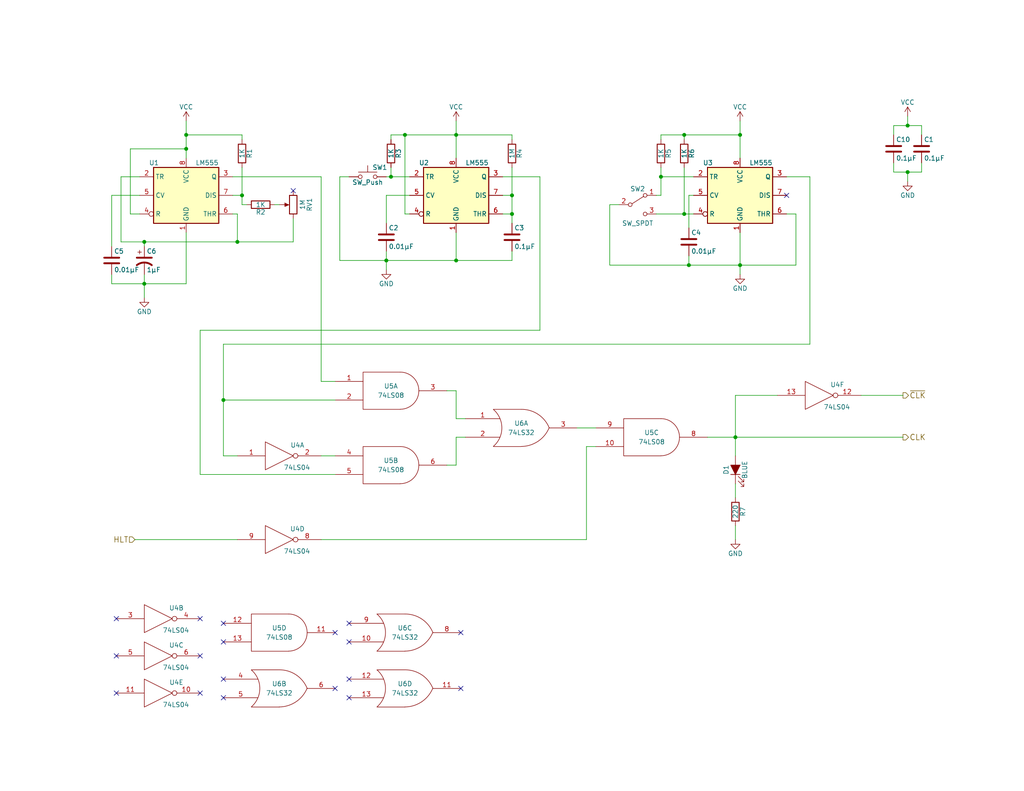
<source format=kicad_sch>
(kicad_sch (version 20230121) (generator eeschema)
  (paper "USLetter")
  (lib_symbols
    (symbol "8bit-computer-rescue:74LS04-8bit-computer-rescue" (pin_names (offset 0.762))
      (property "Reference" "U" (at 4.953 2.921 0))
      (property "Value" "8bit-computer-rescue:74LS04" (at 4.826 -3.175 0))
      (symbol "74LS04-8bit-computer-rescue_0_0"
        (polyline (pts (xy -3.81 3.81) (xy -3.81 -3.81) (xy 3.81 0) (xy -3.81 3.81)))
        (pin power_in line (at -1.27 2.54 90) (length 0) hide (name "VCC") (number "14"))
        (pin power_in line (at -1.27 -2.54 90) (length 0) hide (name "GND") (number "7"))
      )
      (symbol "74LS04-8bit-computer-rescue_1_1"
        (pin input line (at -11.43 0 0) (length 7.62) (name "~") (number "1"))
        (pin output inverted (at 11.43 0 180) (length 7.62) (name "~") (number "2"))
      )
      (symbol "74LS04-8bit-computer-rescue_1_2"
        (pin input inverted (at -11.43 0 0) (length 7.62) (name "~") (number "1"))
        (pin output line (at 11.43 0 180) (length 7.62) (name "~") (number "2"))
      )
      (symbol "74LS04-8bit-computer-rescue_2_1"
        (pin input line (at -11.43 0 0) (length 7.62) (name "~") (number "3"))
        (pin output inverted (at 11.43 0 180) (length 7.62) (name "~") (number "4"))
      )
      (symbol "74LS04-8bit-computer-rescue_2_2"
        (pin input inverted (at -11.43 0 0) (length 7.62) (name "~") (number "3"))
        (pin output line (at 11.43 0 180) (length 7.62) (name "~") (number "4"))
      )
      (symbol "74LS04-8bit-computer-rescue_3_1"
        (pin input line (at -11.43 0 0) (length 7.62) (name "~") (number "5"))
        (pin output inverted (at 11.43 0 180) (length 7.62) (name "~") (number "6"))
      )
      (symbol "74LS04-8bit-computer-rescue_3_2"
        (pin input inverted (at -11.43 0 0) (length 7.62) (name "~") (number "5"))
        (pin output line (at 11.43 0 180) (length 7.62) (name "~") (number "6"))
      )
      (symbol "74LS04-8bit-computer-rescue_4_1"
        (pin output inverted (at 11.43 0 180) (length 7.62) (name "~") (number "8"))
        (pin input line (at -11.43 0 0) (length 7.62) (name "~") (number "9"))
      )
      (symbol "74LS04-8bit-computer-rescue_4_2"
        (pin output line (at 11.43 0 180) (length 7.62) (name "~") (number "8"))
        (pin input inverted (at -11.43 0 0) (length 7.62) (name "~") (number "9"))
      )
      (symbol "74LS04-8bit-computer-rescue_5_1"
        (pin output inverted (at 11.43 0 180) (length 7.62) (name "~") (number "10"))
        (pin input line (at -11.43 0 0) (length 7.62) (name "~") (number "11"))
      )
      (symbol "74LS04-8bit-computer-rescue_5_2"
        (pin output line (at 11.43 0 180) (length 7.62) (name "~") (number "10"))
        (pin input inverted (at -11.43 0 0) (length 7.62) (name "~") (number "11"))
      )
      (symbol "74LS04-8bit-computer-rescue_6_1"
        (pin output inverted (at 11.43 0 180) (length 7.62) (name "~") (number "12"))
        (pin input line (at -11.43 0 0) (length 7.62) (name "~") (number "13"))
      )
      (symbol "74LS04-8bit-computer-rescue_6_2"
        (pin output line (at 11.43 0 180) (length 7.62) (name "~") (number "12"))
        (pin input inverted (at -11.43 0 0) (length 7.62) (name "~") (number "13"))
      )
    )
    (symbol "8bit-computer-rescue:74LS08-8bit-computer-rescue" (pin_names (offset 0.762))
      (property "Reference" "U" (at 0 1.27 0))
      (property "Value" "8bit-computer-rescue:74LS08" (at 0 -1.27 0))
      (symbol "74LS08-8bit-computer-rescue_0_0"
        (pin power_in line (at -5.08 5.08 90) (length 0) hide (name "VCC") (number "14"))
        (pin power_in line (at -5.08 -5.08 90) (length 0) hide (name "GND") (number "7"))
      )
      (symbol "74LS08-8bit-computer-rescue_0_1"
        (polyline (pts (xy 2.54 5.08) (xy -7.62 5.08) (xy -7.62 -5.08) (xy 2.54 -5.08)))
        (arc (start 2.5654 -5.0546) (mid 7.5947 0.0001) (end 2.5654 5.08))
      )
      (symbol "74LS08-8bit-computer-rescue_0_2"
        (arc (start -7.62 -5.0292) (mid -5.3094 0.0082) (end -7.62 5.0546))
        (arc (start 0 -5.0546) (mid 4.5632 -3.6449) (end 7.5946 0.0508))
        (polyline (pts (xy -7.62 -5.08) (xy 0 -5.08)))
        (polyline (pts (xy -7.62 5.08) (xy 0 5.08)))
        (arc (start 7.62 0) (mid 4.6132 3.6946) (end 0.0508 5.08))
      )
      (symbol "74LS08-8bit-computer-rescue_1_1"
        (pin input line (at -15.24 2.54 0) (length 7.62) (name "~") (number "1"))
        (pin input line (at -15.24 -2.54 0) (length 7.62) (name "~") (number "2"))
        (pin output line (at 15.24 0 180) (length 7.62) (name "~") (number "3"))
      )
      (symbol "74LS08-8bit-computer-rescue_1_2"
        (pin input inverted (at -15.24 2.54 0) (length 9.398) (name "~") (number "1"))
        (pin input inverted (at -15.24 -2.54 0) (length 9.398) (name "~") (number "2"))
        (pin output inverted (at 15.24 0 180) (length 7.62) (name "~") (number "3"))
      )
      (symbol "74LS08-8bit-computer-rescue_2_1"
        (pin input line (at -15.24 2.54 0) (length 7.62) (name "~") (number "4"))
        (pin input line (at -15.24 -2.54 0) (length 7.62) (name "~") (number "5"))
        (pin output line (at 15.24 0 180) (length 7.62) (name "~") (number "6"))
      )
      (symbol "74LS08-8bit-computer-rescue_2_2"
        (pin input inverted (at -15.24 2.54 0) (length 9.398) (name "~") (number "4"))
        (pin input inverted (at -15.24 -2.54 0) (length 9.398) (name "~") (number "5"))
        (pin output inverted (at 15.24 0 180) (length 7.62) (name "~") (number "6"))
      )
      (symbol "74LS08-8bit-computer-rescue_3_1"
        (pin input line (at -15.24 -2.54 0) (length 7.62) (name "~") (number "10"))
        (pin output line (at 15.24 0 180) (length 7.62) (name "~") (number "8"))
        (pin input line (at -15.24 2.54 0) (length 7.62) (name "~") (number "9"))
      )
      (symbol "74LS08-8bit-computer-rescue_3_2"
        (pin input inverted (at -15.24 -2.54 0) (length 9.398) (name "~") (number "10"))
        (pin output inverted (at 15.24 0 180) (length 7.62) (name "~") (number "8"))
        (pin input inverted (at -15.24 2.54 0) (length 9.398) (name "~") (number "9"))
      )
      (symbol "74LS08-8bit-computer-rescue_4_1"
        (pin output line (at 15.24 0 180) (length 7.62) (name "~") (number "11"))
        (pin input line (at -15.24 2.54 0) (length 7.62) (name "~") (number "12"))
        (pin input line (at -15.24 -2.54 0) (length 7.62) (name "~") (number "13"))
      )
      (symbol "74LS08-8bit-computer-rescue_4_2"
        (pin output inverted (at 15.24 0 180) (length 7.62) (name "~") (number "11"))
        (pin input inverted (at -15.24 2.54 0) (length 9.398) (name "~") (number "12"))
        (pin input inverted (at -15.24 -2.54 0) (length 9.398) (name "~") (number "13"))
      )
    )
    (symbol "8bit-computer-rescue:74LS32-8bit-computer-rescue" (pin_names (offset 0.762))
      (property "Reference" "U" (at 0 1.27 0))
      (property "Value" "8bit-computer-rescue:74LS32" (at 0 -1.27 0))
      (symbol "74LS32-8bit-computer-rescue_0_0"
        (pin power_in line (at -5.08 5.08 90) (length 0) hide (name "VCC") (number "14"))
        (pin power_in line (at -5.08 -5.08 90) (length 0) hide (name "GND") (number "7"))
      )
      (symbol "74LS32-8bit-computer-rescue_0_1"
        (arc (start -7.62 -5.0292) (mid -5.3094 0.0082) (end -7.62 5.0546))
        (arc (start 0 -5.0546) (mid 4.5632 -3.6449) (end 7.5946 0.0508))
        (polyline (pts (xy -7.62 -5.08) (xy 0 -5.08)))
        (polyline (pts (xy -7.62 5.08) (xy 0 5.08)))
        (arc (start 7.62 0) (mid 4.6132 3.6946) (end 0.0508 5.08))
      )
      (symbol "74LS32-8bit-computer-rescue_0_2"
        (polyline (pts (xy 2.54 5.08) (xy -7.62 5.08) (xy -7.62 -5.08) (xy 2.54 -5.08)))
        (arc (start 2.5654 -5.0546) (mid 7.5947 0.0001) (end 2.5654 5.08))
      )
      (symbol "74LS32-8bit-computer-rescue_1_1"
        (pin input line (at -15.24 2.54 0) (length 9.398) (name "~") (number "1"))
        (pin input line (at -15.24 -2.54 0) (length 9.398) (name "~") (number "2"))
        (pin output line (at 15.24 0 180) (length 7.62) (name "~") (number "3"))
      )
      (symbol "74LS32-8bit-computer-rescue_1_2"
        (pin input inverted (at -15.24 2.54 0) (length 7.62) (name "~") (number "1"))
        (pin input inverted (at -15.24 -2.54 0) (length 7.62) (name "~") (number "2"))
        (pin output inverted (at 15.24 0 180) (length 7.62) (name "~") (number "3"))
      )
      (symbol "74LS32-8bit-computer-rescue_2_1"
        (pin input line (at -15.24 2.54 0) (length 9.398) (name "~") (number "4"))
        (pin input line (at -15.24 -2.54 0) (length 9.398) (name "~") (number "5"))
        (pin output line (at 15.24 0 180) (length 7.62) (name "~") (number "6"))
      )
      (symbol "74LS32-8bit-computer-rescue_2_2"
        (pin input inverted (at -15.24 2.54 0) (length 7.62) (name "~") (number "4"))
        (pin input inverted (at -15.24 -2.54 0) (length 7.62) (name "~") (number "5"))
        (pin output inverted (at 15.24 0 180) (length 7.62) (name "~") (number "6"))
      )
      (symbol "74LS32-8bit-computer-rescue_3_1"
        (pin input line (at -15.24 -2.54 0) (length 9.398) (name "~") (number "10"))
        (pin output line (at 15.24 0 180) (length 7.62) (name "~") (number "8"))
        (pin input line (at -15.24 2.54 0) (length 9.398) (name "~") (number "9"))
      )
      (symbol "74LS32-8bit-computer-rescue_3_2"
        (pin input inverted (at -15.24 -2.54 0) (length 7.62) (name "~") (number "10"))
        (pin output inverted (at 15.24 0 180) (length 7.62) (name "~") (number "8"))
        (pin input inverted (at -15.24 2.54 0) (length 7.62) (name "~") (number "9"))
      )
      (symbol "74LS32-8bit-computer-rescue_4_1"
        (pin output line (at 15.24 0 180) (length 7.62) (name "~") (number "11"))
        (pin input line (at -15.24 2.54 0) (length 9.398) (name "~") (number "12"))
        (pin input line (at -15.24 -2.54 0) (length 9.398) (name "~") (number "13"))
      )
      (symbol "74LS32-8bit-computer-rescue_4_2"
        (pin output inverted (at 15.24 0 180) (length 7.62) (name "~") (number "11"))
        (pin input inverted (at -15.24 2.54 0) (length 7.62) (name "~") (number "12"))
        (pin input inverted (at -15.24 -2.54 0) (length 7.62) (name "~") (number "13"))
      )
    )
    (symbol "8bit-computer-rescue:CP1-Device" (pin_numbers hide) (pin_names (offset 0.254) hide)
      (property "Reference" "C" (at 0.635 2.54 0))
      (property "Value" "Device:CP1" (at 0.635 -2.54 0))
      (symbol "CP1-Device_0_1"
        (polyline (pts (xy -2.032 0.762) (xy 2.032 0.762)) (stroke (width 0.508)))
        (polyline (pts (xy -1.778 2.286) (xy -0.762 2.286)))
        (polyline (pts (xy -1.27 1.778) (xy -1.27 2.794)))
        (arc (start 2.032 -1.27) (mid 0 -0.5572) (end -2.032 -1.27) (stroke (width 0.508)))
      )
      (symbol "CP1-Device_1_1"
        (pin passive line (at 0 3.81 270) (length 2.794) (name "~") (number "1"))
        (pin passive line (at 0 -3.81 90) (length 3.302) (name "~") (number "2"))
      )
    )
    (symbol "8bit-computer-rescue:LED_ALT-Device" (pin_numbers hide) (pin_names (offset 1.016) hide)
      (property "Reference" "D" (at 0 2.54 0))
      (property "Value" "Device:LED_ALT" (at 0 -2.54 0))
      (symbol "LED_ALT-Device_0_1"
        (polyline (pts (xy -1.27 -1.27) (xy -1.27 1.27)) (stroke (width 0.2032)))
        (polyline (pts (xy -1.27 0) (xy 1.27 0)))
        (polyline (pts (xy 1.27 -1.27) (xy 1.27 1.27) (xy -1.27 0) (xy 1.27 -1.27)) (stroke (width 0.2032)) (fill (type outline)))
        (polyline (pts (xy -3.048 -0.762) (xy -4.572 -2.286) (xy -3.81 -2.286) (xy -4.572 -2.286) (xy -4.572 -1.524)))
        (polyline (pts (xy -1.778 -0.762) (xy -3.302 -2.286) (xy -2.54 -2.286) (xy -3.302 -2.286) (xy -3.302 -1.524)))
      )
      (symbol "LED_ALT-Device_1_1"
        (pin passive line (at -3.81 0 0) (length 2.54) (name "K") (number "1"))
        (pin passive line (at 3.81 0 180) (length 2.54) (name "A") (number "2"))
      )
    )
    (symbol "8bit-computer-rescue:LM555-8bit-computer-rescue"
      (property "Reference" "U" (at -10.16 8.89 0))
      (property "Value" "8bit-computer-rescue:LM555" (at 2.54 8.89 0))
      (symbol "LM555-8bit-computer-rescue_0_0"
        (pin power_in line (at 0 -10.16 90) (length 2.54) (name "GND") (number "1"))
        (pin power_in line (at 0 10.16 270) (length 2.54) (name "VCC") (number "8"))
      )
      (symbol "LM555-8bit-computer-rescue_0_1"
        (rectangle (start -8.89 -7.62) (end 8.89 7.62) (stroke (width 0.254)) (fill (type background)))
        (rectangle (start -8.89 -7.62) (end 8.89 7.62) (stroke (width 0.254)) (fill (type background)))
      )
      (symbol "LM555-8bit-computer-rescue_1_1"
        (pin input line (at -12.7 5.08 0) (length 3.81) (name "TR") (number "2"))
        (pin output line (at 12.7 5.08 180) (length 3.81) (name "Q") (number "3"))
        (pin input inverted (at -12.7 -5.08 0) (length 3.81) (name "R") (number "4"))
        (pin input line (at -12.7 0 0) (length 3.81) (name "CV") (number "5"))
        (pin input line (at 12.7 -5.08 180) (length 3.81) (name "THR") (number "6"))
        (pin input line (at 12.7 0 180) (length 3.81) (name "DIS") (number "7"))
      )
    )
    (symbol "8bit-computer-rescue:POT-8bit-computer-rescue" (pin_numbers hide) (pin_names (offset 1.016) hide)
      (property "Reference" "RV" (at -4.445 0 90))
      (property "Value" "8bit-computer-rescue:POT" (at -2.54 0 90))
      (symbol "POT-8bit-computer-rescue_0_1"
        (polyline (pts (xy 2.54 0) (xy 1.524 0)))
        (polyline (pts (xy 1.143 0) (xy 2.286 0.508) (xy 2.286 -0.508)) (fill (type outline)))
        (rectangle (start 1.016 2.54) (end -1.016 -2.54) (stroke (width 0.254)))
      )
      (symbol "POT-8bit-computer-rescue_1_1"
        (pin passive line (at 0 3.81 270) (length 1.27) (name "1") (number "1"))
        (pin passive line (at 3.81 0 180) (length 1.27) (name "2") (number "2"))
        (pin passive line (at 0 -3.81 90) (length 1.27) (name "3") (number "3"))
      )
    )
    (symbol "8bit-computer-rescue:SW_Push-8bit-computer-rescue" (pin_numbers hide) (pin_names (offset 1.016) hide)
      (property "Reference" "SW" (at 1.27 2.54 0))
      (property "Value" "8bit-computer-rescue:SW_Push" (at 0 -1.524 0))
      (symbol "SW_Push-8bit-computer-rescue_0_1"
        (circle (center -2.032 0) (radius 0.508))
        (polyline (pts (xy 0 1.27) (xy 0 3.048)))
        (polyline (pts (xy 2.54 1.27) (xy -2.54 1.27)))
        (circle (center 2.032 0) (radius 0.508))
        (pin passive line (at -5.08 0 0) (length 2.54) (name "1") (number "1"))
        (pin passive line (at 5.08 0 180) (length 2.54) (name "2") (number "2"))
      )
    )
    (symbol "8bit-computer-rescue:SW_SPDT-8bit-computer-rescue" (pin_names (offset 0) hide)
      (property "Reference" "SW" (at 0 4.318 0))
      (property "Value" "8bit-computer-rescue:SW_SPDT" (at 0 -5.08 0))
      (symbol "SW_SPDT-8bit-computer-rescue_0_0"
        (circle (center -2.032 0) (radius 0.508))
        (circle (center 2.032 -2.54) (radius 0.508))
      )
      (symbol "SW_SPDT-8bit-computer-rescue_0_1"
        (polyline (pts (xy -1.524 0.254) (xy 1.651 2.286)))
        (circle (center 2.032 2.54) (radius 0.508))
      )
      (symbol "SW_SPDT-8bit-computer-rescue_1_1"
        (pin passive line (at 5.08 2.54 180) (length 2.54) (name "A") (number "1"))
        (pin passive line (at -5.08 0 0) (length 2.54) (name "B") (number "2"))
        (pin passive line (at 5.08 -2.54 180) (length 2.54) (name "C") (number "3"))
      )
    )
    (symbol "Device:C" (pin_numbers hide) (pin_names (offset 0.254))
      (property "Reference" "C" (at 0.635 2.54 0))
      (property "Value" "C" (at 0.635 -2.54 0))
      (symbol "C_0_1"
        (polyline (pts (xy -2.032 -0.762) (xy 2.032 -0.762)) (stroke (width 0.508)))
        (polyline (pts (xy -2.032 0.762) (xy 2.032 0.762)) (stroke (width 0.508)))
      )
      (symbol "C_1_1"
        (pin passive line (at 0 3.81 270) (length 2.794) (name "~") (number "1"))
        (pin passive line (at 0 -3.81 90) (length 2.794) (name "~") (number "2"))
      )
    )
    (symbol "Device:R" (pin_numbers hide) (pin_names (offset 0))
      (property "Reference" "R" (at 2.032 0 90))
      (property "Value" "R" (at 0 0 90))
      (symbol "R_0_1"
        (rectangle (start -1.016 -2.54) (end 1.016 2.54) (stroke (width 0.254)))
      )
      (symbol "R_1_1"
        (pin passive line (at 0 3.81 270) (length 1.27) (name "~") (number "1"))
        (pin passive line (at 0 -3.81 90) (length 1.27) (name "~") (number "2"))
      )
    )
    (symbol "power:GND" (power) (pin_names (offset 0))
      (property "Value" "GND" (at 0 -3.81 0))
      (symbol "GND_0_1"
        (polyline (pts (xy 0 0) (xy 0 -1.27) (xy 1.27 -1.27) (xy 0 -2.54) (xy -1.27 -1.27) (xy 0 -1.27)))
      )
      (symbol "GND_1_1"
        (pin power_in line (at 0 0 270) (length 0) hide (name "GND") (number "1"))
      )
    )
    (symbol "power:VCC" (power) (pin_names (offset 0))
      (property "Value" "VCC" (at 0 3.81 0))
      (symbol "VCC_0_1"
        (polyline (pts (xy -0.762 1.27) (xy 0 2.54)))
        (polyline (pts (xy 0 0) (xy 0 2.54)))
        (polyline (pts (xy 0 2.54) (xy 0.762 1.27)))
      )
      (symbol "VCC_1_1"
        (pin power_in line (at 0 0 90) (length 0) hide (name "VCC") (number "1"))
      )
    )
  )
  (junction (at 247.65 46.99))
  (junction (at 186.69 58.42))
  (junction (at 201.93 72.39))
  (junction (at 50.8 40.64))
  (junction (at 66.04 53.34))
  (junction (at 106.68 48.26))
  (junction (at 39.37 66.04))
  (junction (at 39.37 77.47))
  (junction (at 201.93 36.83))
  (junction (at 139.7 53.34))
  (junction (at 139.7 58.42))
  (junction (at 187.96 72.39))
  (junction (at 64.77 66.04))
  (junction (at 247.65 34.29))
  (junction (at 180.34 48.26))
  (junction (at 105.41 71.12))
  (junction (at 50.8 36.83))
  (junction (at 110.49 36.83))
  (junction (at 124.46 36.83))
  (junction (at 186.69 36.83))
  (junction (at 124.46 71.12))
  (junction (at 200.66 119.38))
  (junction (at 60.96 109.22))
  (no_connect (at 91.44 187.96))
  (no_connect (at 95.25 170.18))
  (no_connect (at 80.01 52.07))
  (no_connect (at 54.61 179.07))
  (no_connect (at 54.61 189.23))
  (no_connect (at 60.96 170.18))
  (no_connect (at 214.63 53.34))
  (no_connect (at 31.75 179.07))
  (no_connect (at 125.73 172.72))
  (no_connect (at 95.25 190.5))
  (no_connect (at 60.96 175.26))
  (no_connect (at 31.75 189.23))
  (no_connect (at 60.96 185.42))
  (no_connect (at 95.25 175.26))
  (no_connect (at 125.73 187.96))
  (no_connect (at 31.75 168.91))
  (no_connect (at 91.44 172.72))
  (no_connect (at 54.61 168.91))
  (no_connect (at 95.25 185.42))
  (no_connect (at 60.96 190.5))
  (wire (pts (xy 247.65 46.99) (xy 251.46 46.99)))
  (wire (pts (xy 166.37 72.39) (xy 187.96 72.39)))
  (wire (pts (xy 60.96 93.98) (xy 220.98 93.98)))
  (wire (pts (xy 247.65 49.53) (xy 247.65 46.99)))
  (wire (pts (xy 186.69 45.72) (xy 186.69 58.42)))
  (wire (pts (xy 39.37 77.47) (xy 50.8 77.47)))
  (wire (pts (xy 66.04 38.1) (xy 66.04 36.83)))
  (wire (pts (xy 247.65 34.29) (xy 247.65 31.75)))
  (wire (pts (xy 64.77 66.04) (xy 64.77 58.42)))
  (wire (pts (xy 60.96 124.46) (xy 64.77 124.46)))
  (wire (pts (xy 106.68 48.26) (xy 111.76 48.26)))
  (wire (pts (xy 189.23 53.34) (xy 187.96 53.34)))
  (wire (pts (xy 147.32 90.17) (xy 54.61 90.17)))
  (wire (pts (xy 33.02 66.04) (xy 39.37 66.04)))
  (wire (pts (xy 243.84 44.45) (xy 243.84 46.99)))
  (wire (pts (xy 124.46 33.02) (xy 124.46 36.83)))
  (wire (pts (xy 35.56 40.64) (xy 50.8 40.64)))
  (wire (pts (xy 50.8 77.47) (xy 50.8 63.5)))
  (wire (pts (xy 92.71 71.12) (xy 105.41 71.12)))
  (wire (pts (xy 243.84 36.83) (xy 243.84 34.29)))
  (wire (pts (xy 251.46 34.29) (xy 251.46 36.83)))
  (wire (pts (xy 180.34 36.83) (xy 186.69 36.83)))
  (wire (pts (xy 64.77 66.04) (xy 80.01 66.04)))
  (wire (pts (xy 180.34 45.72) (xy 180.34 48.26)))
  (wire (pts (xy 168.91 55.88) (xy 166.37 55.88)))
  (wire (pts (xy 39.37 66.04) (xy 39.37 67.31)))
  (wire (pts (xy 127 119.38) (xy 124.46 119.38)))
  (wire (pts (xy 160.02 121.92) (xy 162.56 121.92)))
  (wire (pts (xy 63.5 48.26) (xy 87.63 48.26)))
  (wire (pts (xy 39.37 77.47) (xy 39.37 81.28)))
  (wire (pts (xy 187.96 53.34) (xy 187.96 62.23)))
  (wire (pts (xy 50.8 33.02) (xy 50.8 36.83)))
  (wire (pts (xy 201.93 72.39) (xy 217.17 72.39)))
  (wire (pts (xy 110.49 36.83) (xy 124.46 36.83)))
  (wire (pts (xy 186.69 38.1) (xy 186.69 36.83)))
  (wire (pts (xy 60.96 109.22) (xy 60.96 124.46)))
  (wire (pts (xy 106.68 45.72) (xy 106.68 48.26)))
  (wire (pts (xy 64.77 58.42) (xy 63.5 58.42)))
  (wire (pts (xy 39.37 66.04) (xy 64.77 66.04)))
  (wire (pts (xy 38.1 53.34) (xy 30.48 53.34)))
  (wire (pts (xy 201.93 33.02) (xy 201.93 36.83)))
  (wire (pts (xy 92.71 48.26) (xy 92.71 71.12)))
  (wire (pts (xy 200.66 119.38) (xy 200.66 124.46)))
  (wire (pts (xy 186.69 58.42) (xy 189.23 58.42)))
  (wire (pts (xy 217.17 58.42) (xy 214.63 58.42)))
  (wire (pts (xy 137.16 53.34) (xy 139.7 53.34)))
  (wire (pts (xy 139.7 36.83) (xy 139.7 38.1)))
  (wire (pts (xy 38.1 48.26) (xy 33.02 48.26)))
  (wire (pts (xy 139.7 58.42) (xy 139.7 60.96)))
  (wire (pts (xy 200.66 147.32) (xy 200.66 143.51)))
  (wire (pts (xy 105.41 53.34) (xy 105.41 60.96)))
  (wire (pts (xy 124.46 36.83) (xy 124.46 43.18)))
  (wire (pts (xy 105.41 68.58) (xy 105.41 71.12)))
  (wire (pts (xy 180.34 38.1) (xy 180.34 36.83)))
  (wire (pts (xy 180.34 48.26) (xy 180.34 53.34)))
  (wire (pts (xy 139.7 53.34) (xy 139.7 58.42)))
  (wire (pts (xy 124.46 119.38) (xy 124.46 127)))
  (wire (pts (xy 110.49 58.42) (xy 111.76 58.42)))
  (wire (pts (xy 105.41 48.26) (xy 106.68 48.26)))
  (wire (pts (xy 187.96 72.39) (xy 201.93 72.39)))
  (wire (pts (xy 139.7 45.72) (xy 139.7 53.34)))
  (wire (pts (xy 160.02 147.32) (xy 160.02 121.92)))
  (wire (pts (xy 80.01 66.04) (xy 80.01 59.69)))
  (wire (pts (xy 124.46 36.83) (xy 139.7 36.83)))
  (wire (pts (xy 50.8 40.64) (xy 50.8 43.18)))
  (wire (pts (xy 193.04 119.38) (xy 200.66 119.38)))
  (wire (pts (xy 220.98 93.98) (xy 220.98 48.26)))
  (wire (pts (xy 124.46 106.68) (xy 124.46 114.3)))
  (wire (pts (xy 157.48 116.84) (xy 162.56 116.84)))
  (wire (pts (xy 124.46 71.12) (xy 124.46 63.5)))
  (wire (pts (xy 220.98 48.26) (xy 214.63 48.26)))
  (wire (pts (xy 87.63 104.14) (xy 91.44 104.14)))
  (wire (pts (xy 201.93 72.39) (xy 201.93 74.93)))
  (wire (pts (xy 106.68 36.83) (xy 110.49 36.83)))
  (wire (pts (xy 147.32 48.26) (xy 147.32 90.17)))
  (wire (pts (xy 35.56 58.42) (xy 35.56 40.64)))
  (wire (pts (xy 186.69 36.83) (xy 201.93 36.83)))
  (wire (pts (xy 187.96 69.85) (xy 187.96 72.39)))
  (wire (pts (xy 246.38 107.95) (xy 234.95 107.95)))
  (wire (pts (xy 87.63 124.46) (xy 91.44 124.46)))
  (wire (pts (xy 66.04 45.72) (xy 66.04 53.34)))
  (wire (pts (xy 124.46 114.3) (xy 127 114.3)))
  (wire (pts (xy 74.93 55.88) (xy 76.2 55.88)))
  (wire (pts (xy 110.49 58.42) (xy 110.49 36.83)))
  (wire (pts (xy 124.46 71.12) (xy 139.7 71.12)))
  (wire (pts (xy 217.17 72.39) (xy 217.17 58.42)))
  (wire (pts (xy 87.63 48.26) (xy 87.63 104.14)))
  (wire (pts (xy 30.48 77.47) (xy 39.37 77.47)))
  (wire (pts (xy 200.66 107.95) (xy 200.66 119.38)))
  (wire (pts (xy 105.41 71.12) (xy 105.41 73.66)))
  (wire (pts (xy 66.04 53.34) (xy 66.04 55.88)))
  (wire (pts (xy 111.76 53.34) (xy 105.41 53.34)))
  (wire (pts (xy 179.07 58.42) (xy 186.69 58.42)))
  (wire (pts (xy 60.96 93.98) (xy 60.96 109.22)))
  (wire (pts (xy 54.61 90.17) (xy 54.61 129.54)))
  (wire (pts (xy 33.02 48.26) (xy 33.02 66.04)))
  (wire (pts (xy 63.5 53.34) (xy 66.04 53.34)))
  (wire (pts (xy 201.93 36.83) (xy 201.93 43.18)))
  (wire (pts (xy 243.84 46.99) (xy 247.65 46.99)))
  (wire (pts (xy 201.93 63.5) (xy 201.93 72.39)))
  (wire (pts (xy 200.66 132.08) (xy 200.66 135.89)))
  (wire (pts (xy 247.65 34.29) (xy 251.46 34.29)))
  (wire (pts (xy 38.1 58.42) (xy 35.56 58.42)))
  (wire (pts (xy 87.63 147.32) (xy 160.02 147.32)))
  (wire (pts (xy 180.34 48.26) (xy 189.23 48.26)))
  (wire (pts (xy 251.46 44.45) (xy 251.46 46.99)))
  (wire (pts (xy 200.66 119.38) (xy 246.38 119.38)))
  (wire (pts (xy 139.7 71.12) (xy 139.7 68.58)))
  (wire (pts (xy 106.68 36.83) (xy 106.68 38.1)))
  (wire (pts (xy 166.37 55.88) (xy 166.37 72.39)))
  (wire (pts (xy 139.7 58.42) (xy 137.16 58.42)))
  (wire (pts (xy 243.84 34.29) (xy 247.65 34.29)))
  (wire (pts (xy 137.16 48.26) (xy 147.32 48.26)))
  (wire (pts (xy 66.04 36.83) (xy 50.8 36.83)))
  (wire (pts (xy 30.48 74.93) (xy 30.48 77.47)))
  (wire (pts (xy 66.04 55.88) (xy 67.31 55.88)))
  (wire (pts (xy 95.25 48.26) (xy 92.71 48.26)))
  (wire (pts (xy 30.48 53.34) (xy 30.48 67.31)))
  (wire (pts (xy 60.96 109.22) (xy 91.44 109.22)))
  (wire (pts (xy 36.83 147.32) (xy 64.77 147.32)))
  (wire (pts (xy 54.61 129.54) (xy 91.44 129.54)))
  (wire (pts (xy 124.46 127) (xy 121.92 127)))
  (wire (pts (xy 200.66 107.95) (xy 212.09 107.95)))
  (wire (pts (xy 39.37 74.93) (xy 39.37 77.47)))
  (wire (pts (xy 105.41 71.12) (xy 124.46 71.12)))
  (wire (pts (xy 180.34 53.34) (xy 179.07 53.34)))
  (wire (pts (xy 50.8 36.83) (xy 50.8 40.64)))
  (wire (pts (xy 121.92 106.68) (xy 124.46 106.68)))
  (hierarchical_label "~{CLK}" (shape output) (at 246.38 107.95 0) (effects (font (size 1.524 1.524))))
  (hierarchical_label "CLK" (shape output) (at 246.38 119.38 0) (effects (font (size 1.524 1.524))))
  (hierarchical_label "HLT" (shape input) (at 36.83 147.32 180) (effects (font (size 1.524 1.524))))
  (symbol (lib_id "8bit-computer-rescue:LM555-8bit-computer-rescue") (at 50.8 53.34 0) (unit 1)
    (property "Reference" "U1" (at 40.64 44.45 0) (effects (justify left)))
    (property "Value" "LM555" (at 53.34 44.45 0) (effects (justify left)))
    (property "Footprint" "Package_DIP:DIP-8_W7.62mm" (effects hide))
  )
  (symbol (lib_id "Device:R") (at 66.04 41.91 0) (unit 1)
    (property "Reference" "R1" (at 68.072 41.91 90))
    (property "Value" "1K" (at 66.04 41.91 90))
    (property "Footprint" "Resistor_THT:R_Axial_DIN0207_L6.3mm_D2.5mm_P7.62mm_Horizontal" (effects hide))
  )
  (symbol (lib_id "Device:R") (at 106.68 41.91 0) (unit 1)
    (property "Reference" "R3" (at 108.712 41.91 90))
    (property "Value" "1K" (at 106.68 41.91 90))
    (property "Footprint" "Resistor_THT:R_Axial_DIN0207_L6.3mm_D2.5mm_P7.62mm_Horizontal" (effects hide))
  )
  (symbol (lib_id "Device:R") (at 186.69 41.91 0) (unit 1)
    (property "Reference" "R6" (at 188.722 41.91 90))
    (property "Value" "1K" (at 186.69 41.91 90))
    (property "Footprint" "Resistor_THT:R_Axial_DIN0207_L6.3mm_D2.5mm_P7.62mm_Horizontal" (effects hide))
  )
  (symbol (lib_id "Device:R") (at 180.34 41.91 0) (unit 1)
    (property "Reference" "R5" (at 182.372 41.91 90))
    (property "Value" "1K" (at 180.34 41.91 90))
    (property "Footprint" "Resistor_THT:R_Axial_DIN0207_L6.3mm_D2.5mm_P7.62mm_Horizontal" (effects hide))
  )
  (symbol (lib_id "Device:R") (at 139.7 41.91 0) (unit 1)
    (property "Reference" "R4" (at 141.732 41.91 90))
    (property "Value" "1M" (at 139.7 41.91 90))
    (property "Footprint" "Resistor_THT:R_Axial_DIN0207_L6.3mm_D2.5mm_P7.62mm_Horizontal" (effects hide))
  )
  (symbol (lib_id "8bit-computer-rescue:POT-8bit-computer-rescue") (at 80.01 55.88 180) (unit 1)
    (property "Reference" "RV1" (at 84.455 55.88 90))
    (property "Value" "1M" (at 82.55 55.88 90))
    (property "Footprint" "8bit-custom-footprints:Potentiometer-5.5mm" (effects hide))
  )
  (symbol (lib_id "Device:C") (at 30.48 71.12 0) (unit 1)
    (property "Reference" "C5" (at 31.115 68.58 0) (effects (justify left)))
    (property "Value" "0.01µF" (at 31.115 73.66 0) (effects (justify left)))
    (property "Footprint" "Capacitor_THT:C_Disc_D4.3mm_W1.9mm_P5.00mm" (effects hide))
  )
  (symbol (lib_id "Device:C") (at 105.41 64.77 0) (unit 1)
    (property "Reference" "C2" (at 106.045 62.23 0) (effects (justify left)))
    (property "Value" "0.01µF" (at 106.045 67.31 0) (effects (justify left)))
    (property "Footprint" "Capacitor_THT:C_Disc_D4.3mm_W1.9mm_P5.00mm" (effects hide))
  )
  (symbol (lib_id "Device:C") (at 187.96 66.04 0) (unit 1)
    (property "Reference" "C4" (at 188.595 63.5 0) (effects (justify left)))
    (property "Value" "0.01µF" (at 188.595 68.58 0) (effects (justify left)))
    (property "Footprint" "Capacitor_THT:C_Disc_D4.3mm_W1.9mm_P5.00mm" (effects hide))
  )
  (symbol (lib_id "Device:C") (at 139.7 64.77 0) (unit 1)
    (property "Reference" "C3" (at 140.335 62.23 0) (effects (justify left)))
    (property "Value" "0.1µF" (at 140.335 67.31 0) (effects (justify left)))
    (property "Footprint" "Capacitor_THT:C_Disc_D4.3mm_W1.9mm_P5.00mm" (effects hide))
  )
  (symbol (lib_id "Device:C") (at 251.46 40.64 0) (unit 1)
    (property "Reference" "C1" (at 252.095 38.1 0) (effects (justify left)))
    (property "Value" "0.1µF" (at 252.095 43.18 0) (effects (justify left)))
    (property "Footprint" "Capacitor_THT:C_Disc_D4.3mm_W1.9mm_P5.00mm" (effects hide))
  )
  (symbol (lib_id "8bit-computer-rescue:CP1-Device") (at 39.37 71.12 0) (unit 1)
    (property "Reference" "C6" (at 40.005 68.58 0) (effects (justify left)))
    (property "Value" "1µF" (at 40.005 73.66 0) (effects (justify left)))
    (property "Footprint" "Capacitor_THT:CP_Radial_D5.0mm_P2.00mm" (effects hide))
  )
  (symbol (lib_id "8bit-computer-rescue:LM555-8bit-computer-rescue") (at 201.93 53.34 0) (unit 1)
    (property "Reference" "U3" (at 191.77 44.45 0) (effects (justify left)))
    (property "Value" "LM555" (at 204.47 44.45 0) (effects (justify left)))
    (property "Footprint" "Package_DIP:DIP-8_W7.62mm" (effects hide))
  )
  (symbol (lib_id "8bit-computer-rescue:LM555-8bit-computer-rescue") (at 124.46 53.34 0) (unit 1)
    (property "Reference" "U2" (at 114.3 44.45 0) (effects (justify left)))
    (property "Value" "LM555" (at 127 44.45 0) (effects (justify left)))
    (property "Footprint" "Package_DIP:DIP-8_W7.62mm" (effects hide))
  )
  (symbol (lib_id "8bit-computer-rescue:74LS04-8bit-computer-rescue") (at 76.2 124.46 0) (unit 1)
    (property "Reference" "U4" (at 81.153 121.539 0))
    (property "Value" "74LS04" (at 81.026 127.635 0))
    (property "Footprint" "Package_DIP:DIP-14_W7.62mm" (effects hide))
  )
  (symbol (lib_id "8bit-computer-rescue:74LS08-8bit-computer-rescue") (at 106.68 106.68 0) (unit 1)
    (property "Reference" "U5" (at 106.68 105.41 0))
    (property "Value" "74LS08" (at 106.68 107.95 0))
    (property "Footprint" "Package_DIP:DIP-14_W7.62mm" (effects hide))
  )
  (symbol (lib_id "8bit-computer-rescue:74LS32-8bit-computer-rescue") (at 142.24 116.84 0) (unit 1)
    (property "Reference" "U6" (at 142.24 115.57 0))
    (property "Value" "74LS32" (at 142.24 118.11 0))
    (property "Footprint" "Package_DIP:DIP-14_W7.62mm" (effects hide))
  )
  (symbol (lib_id "8bit-computer-rescue:SW_SPDT-8bit-computer-rescue") (at 173.99 55.88 0) (unit 1)
    (property "Reference" "SW2" (at 173.99 51.562 0))
    (property "Value" "SW_SPDT" (at 173.99 60.96 0))
    (property "Footprint" "8bit-custom-footprints:DPDT-pushbutton" (effects hide))
  )
  (symbol (lib_id "8bit-computer-rescue:SW_Push-8bit-computer-rescue") (at 100.33 48.26 0) (unit 1)
    (property "Reference" "SW1" (at 101.6 45.72 0) (effects (justify left)))
    (property "Value" "SW_Push" (at 100.33 49.784 0))
    (property "Footprint" "Button_Switch_THT:SW_PUSH_6mm_H5mm" (effects hide))
  )
  (symbol (lib_id "8bit-computer-rescue:LED_ALT-Device") (at 200.66 128.27 90) (unit 1)
    (property "Reference" "D1" (at 198.12 128.27 0))
    (property "Value" "BLUE" (at 203.2 128.27 0))
    (property "Footprint" "LED_THT:LED_D5.0mm" (effects hide))
  )
  (symbol (lib_id "Device:R") (at 200.66 139.7 0) (unit 1)
    (property "Reference" "R7" (at 202.692 139.7 90))
    (property "Value" "220" (at 200.66 139.7 90))
    (property "Footprint" "Resistor_THT:R_Axial_DIN0207_L6.3mm_D2.5mm_P7.62mm_Horizontal" (effects hide))
  )
  (symbol (lib_id "power:GND") (at 39.37 81.28 0) (unit 1)
    (property "Reference" "#PWR05" (effects hide))
    (property "Value" "GND" (at 39.37 85.09 0))
  )
  (symbol (lib_id "power:GND") (at 105.41 73.66 0) (unit 1)
    (property "Reference" "#PWR06" (effects hide))
    (property "Value" "GND" (at 105.41 77.47 0))
  )
  (symbol (lib_id "power:GND") (at 201.93 74.93 0) (unit 1)
    (property "Reference" "#PWR07" (effects hide))
    (property "Value" "GND" (at 201.93 78.74 0))
  )
  (symbol (lib_id "8bit-computer-rescue:74LS08-8bit-computer-rescue") (at 106.68 127 0) (unit 2)
    (property "Reference" "U5" (at 106.68 125.73 0))
    (property "Value" "74LS08" (at 106.68 128.27 0))
    (property "Footprint" "Package_DIP:DIP-14_W7.62mm" (effects hide))
  )
  (symbol (lib_id "8bit-computer-rescue:74LS08-8bit-computer-rescue") (at 177.8 119.38 0) (unit 3)
    (property "Reference" "U5" (at 177.8 118.11 0))
    (property "Value" "74LS08" (at 177.8 120.65 0))
    (property "Footprint" "Package_DIP:DIP-14_W7.62mm" (effects hide))
  )
  (symbol (lib_id "8bit-computer-rescue:74LS04-8bit-computer-rescue") (at 76.2 147.32 0) (unit 4)
    (property "Reference" "U4" (at 81.153 144.399 0))
    (property "Value" "74LS04" (at 81.026 150.495 0))
    (property "Footprint" "Package_DIP:DIP-14_W7.62mm" (effects hide))
  )
  (symbol (lib_id "8bit-computer-rescue:74LS04-8bit-computer-rescue") (at 223.52 107.95 0) (unit 6)
    (property "Reference" "U4" (at 228.473 105.029 0))
    (property "Value" "74LS04" (at 228.346 111.125 0))
    (property "Footprint" "Package_DIP:DIP-14_W7.62mm" (effects hide))
  )
  (symbol (lib_id "power:GND") (at 200.66 147.32 0) (unit 1)
    (property "Reference" "#PWR08" (effects hide))
    (property "Value" "GND" (at 200.66 151.13 0))
  )
  (symbol (lib_id "power:GND") (at 247.65 49.53 0) (unit 1)
    (property "Reference" "#PWR09" (effects hide))
    (property "Value" "GND" (at 247.65 53.34 0))
  )
  (symbol (lib_id "8bit-computer-rescue:74LS04-8bit-computer-rescue") (at 43.18 168.91 0) (unit 2)
    (property "Reference" "U4" (at 48.133 165.989 0))
    (property "Value" "74LS04" (at 48.006 172.085 0))
    (property "Footprint" "Package_DIP:DIP-14_W7.62mm" (effects hide))
  )
  (symbol (lib_id "8bit-computer-rescue:74LS04-8bit-computer-rescue") (at 43.18 179.07 0) (unit 3)
    (property "Reference" "U4" (at 48.133 176.149 0))
    (property "Value" "74LS04" (at 48.006 182.245 0))
    (property "Footprint" "Package_DIP:DIP-14_W7.62mm" (effects hide))
  )
  (symbol (lib_id "8bit-computer-rescue:74LS04-8bit-computer-rescue") (at 43.18 189.23 0) (unit 5)
    (property "Reference" "U4" (at 48.133 186.309 0))
    (property "Value" "74LS04" (at 48.006 192.405 0))
    (property "Footprint" "Package_DIP:DIP-14_W7.62mm" (effects hide))
  )
  (symbol (lib_id "8bit-computer-rescue:74LS08-8bit-computer-rescue") (at 76.2 172.72 0) (unit 4)
    (property "Reference" "U5" (at 76.2 171.45 0))
    (property "Value" "74LS08" (at 76.2 173.99 0))
    (property "Footprint" "Package_DIP:DIP-14_W7.62mm" (effects hide))
  )
  (symbol (lib_id "8bit-computer-rescue:74LS32-8bit-computer-rescue") (at 76.2 187.96 0) (unit 2)
    (property "Reference" "U6" (at 76.2 186.69 0))
    (property "Value" "74LS32" (at 76.2 189.23 0))
    (property "Footprint" "Package_DIP:DIP-14_W7.62mm" (effects hide))
  )
  (symbol (lib_id "8bit-computer-rescue:74LS32-8bit-computer-rescue") (at 110.49 172.72 0) (unit 3)
    (property "Reference" "U6" (at 110.49 171.45 0))
    (property "Value" "74LS32" (at 110.49 173.99 0))
    (property "Footprint" "Package_DIP:DIP-14_W7.62mm" (effects hide))
  )
  (symbol (lib_id "8bit-computer-rescue:74LS32-8bit-computer-rescue") (at 110.49 187.96 0) (unit 4)
    (property "Reference" "U6" (at 110.49 186.69 0))
    (property "Value" "74LS32" (at 110.49 189.23 0))
    (property "Footprint" "Package_DIP:DIP-14_W7.62mm" (effects hide))
  )
  (symbol (lib_id "power:VCC") (at 50.8 33.02 0) (unit 1)
    (property "Reference" "#PWR010" (effects hide))
    (property "Value" "VCC" (at 50.8 29.21 0))
  )
  (symbol (lib_id "power:VCC") (at 124.46 33.02 0) (unit 1)
    (property "Reference" "#PWR011" (effects hide))
    (property "Value" "VCC" (at 124.46 29.21 0))
  )
  (symbol (lib_id "power:VCC") (at 201.93 33.02 0) (unit 1)
    (property "Reference" "#PWR012" (effects hide))
    (property "Value" "VCC" (at 201.93 29.21 0))
  )
  (symbol (lib_id "power:VCC") (at 247.65 31.75 0) (unit 1)
    (property "Reference" "#PWR013" (effects hide))
    (property "Value" "VCC" (at 247.65 27.94 0))
  )
  (symbol (lib_id "Device:R") (at 71.12 55.88 270) (unit 1)
    (property "Reference" "R2" (at 71.12 57.912 90))
    (property "Value" "1K" (at 71.12 55.88 90))
    (property "Footprint" "Resistor_THT:R_Axial_DIN0207_L6.3mm_D2.5mm_P7.62mm_Horizontal" (effects hide))
  )
  (symbol (lib_id "Device:C") (at 243.84 40.64 0) (unit 1)
    (property "Reference" "C10" (at 244.475 38.1 0) (effects (justify left)))
    (property "Value" "0.1µF" (at 244.475 43.18 0) (effects (justify left)))
    (property "Footprint" "Capacitor_THT:C_Disc_D4.3mm_W1.9mm_P5.00mm" (effects hide))
  )
)
</source>
